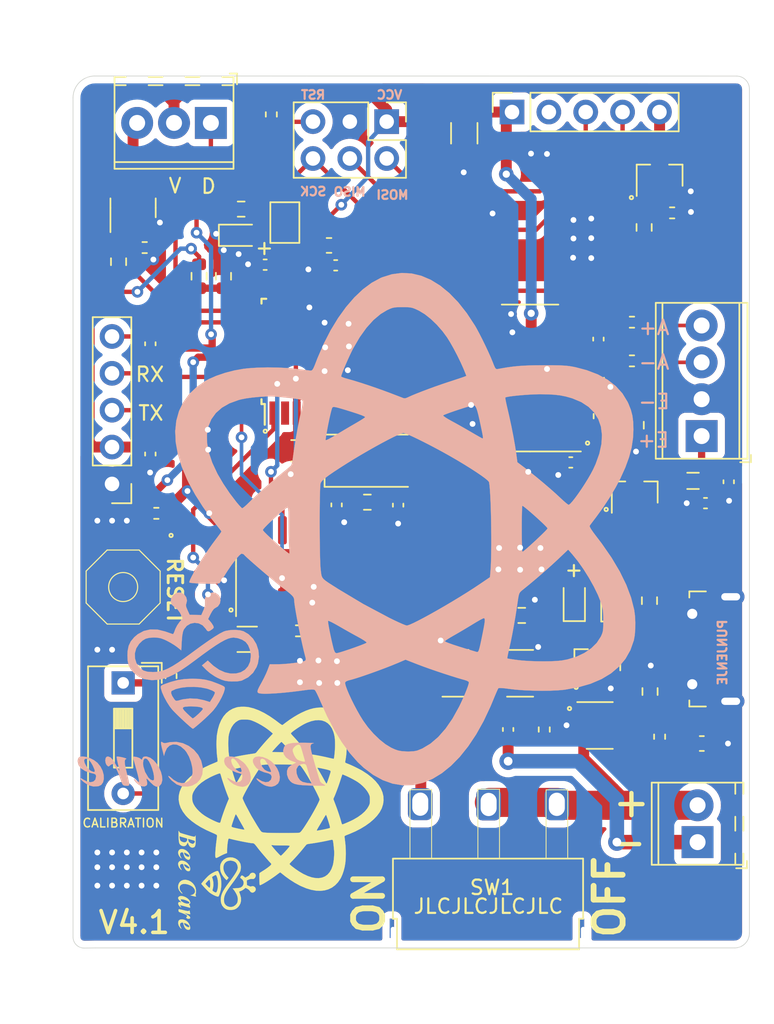
<source format=kicad_pcb>
(kicad_pcb (version 20211014) (generator pcbnew)
  (layers (0 "F.Cu" signal) (31 "B.Cu" signal) (34 "B.Paste" user) (35 "F.Paste" user) (36 "B.SilkS" user "B.Silkscreen") (37 "F.SilkS" user "F.Silkscreen") (38 "B.Mask" user) (39 "F.Mask" user) (44 "Edge.Cuts" user))
  (net 0 "")
  (net 1 "GND")
  (net 2 "/E+")
  (net 3 "Net-(C2-Pad1)")
  (net 4 "Net-(C2-Pad2)")
  (net 5 "VBUS")
  (net 6 "+BATT")
  (net 7 "Net-(C7-Pad1)")
  (net 8 "/XTAL1")
  (net 9 "/XTAL2")
  (net 10 "VDDA")
  (net 11 "-BATT")
  (net 12 "Net-(C16-Pad1)")
  (net 13 "/DTR")
  (net 14 "/RESET")
  (net 15 "Net-(D1-Pad1)")
  (net 16 "Net-(D1-Pad2)")
  (net 17 "Net-(D2-Pad1)")
  (net 18 "/A-")
  (net 19 "/A+")
  (net 23 "/MOSI")
  (net 24 "/MISO")
  (net 25 "/ICSP_SCK")
  (net 27 "/GSM_RX")
  (net 28 "/GSM_TX")
  (net 29 "/GSM_GND")
  (net 30 "/RXD")
  (net 31 "/TXD")
  (net 32 "DHT")
  (net 33 "BT+")
  (net 34 "Net-(L1-Pad2)")
  (net 35 "Net-(Q1-Pad1)")
  (net 36 "Net-(Q3-Pad1)")
  (net 37 "Net-(R3-Pad2)")
  (net 38 "SCL")
  (net 39 "SDA")
  (net 40 "SQW")
  (net 41 "Net-(R11-Pad2)")
  (net 42 "Net-(R13-Pad1)")
  (net 43 "/ADC_BATT")
  (net 44 "/GSM_EN")
  (net 45 "Net-(U1-Pad1)")
  (net 46 "Net-(U1-Pad2)")
  (net 47 "Net-(Q4-Pad1)")
  (net 48 "SCK")
  (net 49 "DOUT")
  (net 50 "Net-(R20-Pad1)")
  (net 51 "/DHT_PIN")
  (net 52 "/DIP")
  (net 57 "/OD")
  (net 58 "/OC")
  (net 62 "Net-(D3-Pad2)")
  (net 63 "Net-(JP1-Pad2)")
  (net 68 "/DHT_GND")
  (footprint "Capacitor_SMD:C_0402_1005Metric" (layer "F.Cu") (at 172.974 85.6615 180)
    (fp_text reference "C1")
    (fp_text value "100n")
  )
  (footprint "Capacitor_SMD:C_0402_1005Metric" (layer "F.Cu") (at 165.5953 74.3559 90)
    (fp_text reference "C2")
    (fp_text value "100n")
  )
  (footprint "Capacitor_SMD:C_0402_1005Metric" (layer "F.Cu") (at 174.5742 84.1883 -90)
    (fp_text reference "C3")
    (fp_text value "100n")
  )
  (footprint "Capacitor_SMD:C_0603_1608Metric" (layer "F.Cu") (at 172.7197 102.2223)
    (fp_text reference "C4")
    (fp_text value "1u")
  )
  (footprint "Capacitor_SMD:C_0805_2012Metric" (layer "F.Cu") (at 158.8008 83.439)
    (fp_text reference "C5")
    (fp_text value "10u")
  )
  (footprint "Capacitor_SMD:C_0402_1005Metric" (layer "F.Cu") (at 134.7166 82.275 -90)
    (fp_text reference "C6")
    (fp_text value "100n")
  )
  (footprint "Capacitor_SMD:C_0402_1005Metric" (layer "F.Cu") (at 165.6207 77.1271 -90)
    (fp_text reference "C7")
    (fp_text value "100n")
  )
  (footprint "Capacitor_SMD:C_0402_1005Metric" (layer "F.Cu") (at 163.6903 82.8548 180)
    (fp_text reference "C8")
    (fp_text value "100n")
  )
  (footprint "Capacitor_SMD:C_0402_1005Metric" (layer "F.Cu") (at 147.5503 85.7811 -90)
    (fp_text reference "C9")
    (fp_text value "22p")
  )
  (footprint "Capacitor_SMD:C_0402_1005Metric" (layer "F.Cu") (at 151.7921 85.7964 -90)
    (fp_text reference "C10")
    (fp_text value "22p")
  )
  (footprint "Capacitor_SMD:C_0402_1005Metric" (layer "F.Cu") (at 147.4894 69.2737 180)
    (fp_text reference "C11")
    (fp_text value "100n")
  )
  (footprint "Capacitor_SMD:C_0805_2012Metric" (layer "F.Cu") (at 144.6826 82.0499 180)
    (fp_text reference "C12")
    (fp_text value "10u")
  )
  (footprint "Capacitor_SMD:C_1206_3216Metric" (layer "F.Cu") (at 156.3497 60.1726 -90)
    (fp_text reference "C14")
    (fp_text value "47u")
  )
  (footprint "Capacitor_SMD:C_0402_1005Metric" (layer "F.Cu") (at 134.7166 74.6804 90)
    (fp_text reference "C17")
    (fp_text value "100n")
  )
  (footprint "LED_SMD:LED_0603_1608Metric" (layer "F.Cu") (at 166.5224 92.3291 90)
    (fp_text reference "D1")
    (fp_text value "GREEN")
  )
  (footprint "LED_SMD:LED_0603_1608Metric" (layer "F.Cu") (at 163.9316 92.3037 90)
    (fp_text reference "D2")
    (fp_text value "RED")
  )
  (footprint "my_component:hx711_conn" (layer "F.Cu") (at 172.7073 81.0387 90)
    (fp_text reference "J1")
    (fp_text value "Conn_01x04")
  )
  (footprint "my_component:USB-Micro-B-Female-Jing-Extension-Electronic" (layer "F.Cu") (at 174.3202 95.8215 90)
    (fp_text reference "J2")
    (fp_text value "USB_B_Micro")
  )
  (footprint "Connector_PinSocket_2.54mm:PinSocket_1x05_P2.54mm_Vertical" (layer "F.Cu") (at 159.639 58.7121 90)
    (fp_text reference "J4")
    (fp_text value "Conn_01x05_Female")
  )
  (footprint "Connector_PinHeader_2.54mm:PinHeader_1x05_P2.54mm_Vertical" (layer "F.Cu") (at 132.075 84.335 180)
    (fp_text reference "J5")
    (fp_text value "Conn_01x05_Female")
  )
  (footprint "my_component:TerminalBlock_Phoenix_MPT-0,5-3-2.54_1x03_P2.54mm_Horizontal" (layer "F.Cu") (at 138.8872 59.4614 180)
    (fp_text reference "J6")
    (fp_text value "Conn_01x03_Male")
  )
  (footprint "my_component:power_conn" (layer "F.Cu") (at 172.4279 109.0168 90)
    (fp_text reference "J7")
    (fp_text value "Screw_Terminal_01x02")
  )
  (footprint "Inductor_SMD:L_0805_2012Metric" (layer "F.Cu") (at 172.1147 84.1248 180)
    (fp_text reference "L1")
    (fp_text value "3.3u")
  )
  (footprint "Inductor_SMD:L_0603_1608Metric" (layer "F.Cu") (at 147.0296 67.9021)
    (fp_text reference "L2")
    (fp_text value "10u")
  )
  (footprint "Package_TO_SOT_SMD:SOT-23" (layer "F.Cu") (at 168.0972 84.9249 90)
    (fp_text reference "Q1")
    (fp_text value "MMBT3906")
  )
  (footprint "Package_TO_SOT_SMD:SOT-23" (layer "F.Cu") (at 165.5191 96.4819 90)
    (fp_text reference "Q2")
    (fp_text value "Q_NMOS_GSD")
  )
  (footprint "Package_TO_SOT_SMD:SOT-23" (layer "F.Cu") (at 169.8117 63.0936 90)
    (fp_text reference "Q3")
    (fp_text value "Q_NMOS_GSD")
  )
  (footprint "Resistor_SMD:R_0402_1005Metric" (layer "F.Cu") (at 167.9047 75.8571)
    (fp_text reference "R1")
    (fp_text value "100")
  )
  (footprint "Resistor_SMD:R_0402_1005Metric" (layer "F.Cu") (at 167.9067 73.1901)
    (fp_text reference "R2")
    (fp_text value "100")
  )
  (footprint "Resistor_SMD:R_0402_1005Metric" (layer "F.Cu") (at 165.6461 79.6671 90)
    (fp_text reference "R3")
    (fp_text value "10k")
  )
  (footprint "Resistor_SMD:R_0603_1608Metric" (layer "F.Cu") (at 168.1988 80.2894 -90)
    (fp_text reference "R4")
    (fp_text value "8.2k")
  )
  (footprint "Resistor_SMD:R_0402_1005Metric" (layer "F.Cu") (at 142.991 85.5424)
    (fp_text reference "R5")
    (fp_text value "10k")
  )
  (footprint "Resistor_SMD:R_0402_1005Metric" (layer "F.Cu") (at 145.6199 85.5297 180)
    (fp_text reference "R6")
    (fp_text value "10k")
  )
  (footprint "Resistor_SMD:R_0402_1005Metric" (layer "F.Cu") (at 144.896 94.4578 180)
    (fp_text reference "R7")
    (fp_text value "10k")
  )
  (footprint "Resistor_SMD:R_0603_1608Metric" (layer "F.Cu") (at 169.1132 92.3793 90)
    (fp_text reference "R8")
    (fp_text value "680")
  )
  (footprint "Resistor_SMD:R_0402_1005Metric" (layer "F.Cu") (at 169.8117 101.7524 -90)
    (fp_text reference "R9")
    (fp_text value "10k")
  )
  (footprint "Resistor_SMD:R_0603_1608Metric" (layer "F.Cu") (at 149.6707 85.5932 180)
    (fp_text reference "R10")
    (fp_text value "1M")
  )
  (footprint "Resistor_SMD:R_0603_1608Metric" (layer "F.Cu") (at 169.1513 98.6404 -90)
    (fp_text reference "R11")
    (fp_text value "1.2k")
  )
  (footprint "Resistor_SMD:R_0402_1005Metric" (layer "F.Cu") (at 143.0528 58.8752 -90)
    (fp_text reference "R12")
    (fp_text value "10k")
  )
  (footprint "Resistor_SMD:R_0603_1608Metric" (layer "F.Cu") (at 160.3116 93.3958)
    (fp_text reference "R13")
    (fp_text value "1k")
  )
  (footprint "Resistor_SMD:R_0603_1608Metric" (layer "F.Cu") (at 138.075 70.025 -90)
    (fp_text reference "R14")
    (fp_text value "1.5M")
  )
  (footprint "Resistor_SMD:R_0603_1608Metric" (layer "F.Cu") (at 139.755 70.0255 90)
    (fp_text reference "R15")
    (fp_text value "180k")
  )
  (footprint "Resistor_SMD:R_0402_1005Metric" (layer "F.Cu") (at 161.8615 101.2571 90)
    (fp_text reference "R16")
    (fp_text value "100")
  )
  (footprint "Resistor_SMD:R_0603_1608Metric" (layer "F.Cu") (at 168.7449 66.6623 -90)
    (fp_text reference "R17")
    (fp_text value "1k")
  )
  (footprint "Resistor_SMD:R_0402_1005Metric" (layer "F.Cu") (at 170.6753 65.659 180)
    (fp_text reference "R18")
    (fp_text value "10k")
  )
  (footprint "Package_SO:SOIC-8_3.9x4.9mm_P1.27mm" (layer "F.Cu") (at 143.1815 90.0001 90)
    (fp_text reference "U1")
    (fp_text value "PCF8563T")
  )
  (footprint "Package_SO:SOP-16_3.9x9.9mm_P1.27mm" (layer "F.Cu") (at 160.8836 77.0382 180)
    (fp_text reference "U2")
    (fp_text value "hx711")
  )
  (footprint "Package_TO_SOT_SMD:SOT-23-5" (layer "F.Cu") (at 165.6842 100.9777)
    (fp_text reference "U3")
    (fp_text value "tp4054")
  )
  (footprint "Package_QFP:TQFP-32_7x7mm_P0.8mm" (layer "F.Cu") (at 146.0009 75.2046 90)
    (fp_text reference "U4")
    (fp_text value "ATmega328P-AU")
  )
  (footprint "Package_TO_SOT_SMD:SOT-23-6" (layer "F.Cu") (at 160.1978 97.3836)
    (fp_text reference "U5")
    (fp_text value "DW01x")
  )
  (footprint "Package_TO_SOT_SMD:SOT-23-6" (layer "F.Cu") (at 155.745 97.3836)
    (fp_text reference "U6")
    (fp_text value "FS8205")
  )
  (footprint "Crystal:Crystal_SMD_3215-2Pin_3.2x1.5mm" (layer "F.Cu") (at 141.3908 95.042 180)
    (fp_text reference "Y1")
    (fp_text value "32.768Hz")
  )
  (footprint "Crystal:Crystal_SMD_5032-2Pin_5.0x3.2mm" (layer "F.Cu") (at 149.7728 82.7357)
    (fp_text reference "Y2")
    (fp_text value "8MHz")
  )
  (footprint "myswitch:switch" (layer "F.Cu") (at 159.178 112.014)
    (fp_text reference "SW1")
    (fp_text value "SW_SPDT")
  )
  (footprint "Capacitor_SMD:C_0402_1005Metric" (layer "F.Cu") (at 159.3723 101.2545 -90)
    (fp_text reference "C16")
    (fp_text value "100n")
  )
  (footprint "Connector_PinHeader_2.54mm:PinHeader_2x03_P2.54mm_Vertical" (layer "F.Cu") (at 151.003 59.3725 -90)
    (fp_text reference "J3")
    (fp_text value "Conn_02x03_Odd_Even")
  )
  (footprint "LED_SMD:LED_0603_1608Metric" (layer "F.Cu") (at 140.9242 67.2034)
    (fp_text reference "D3")
    (fp_text value "RED")
  )
  (footprint "Resistor_SMD:R_0603_1608Metric" (layer "F.Cu") (at 140.975 65.4 180)
    (fp_text reference "R19")
    (fp_text value "680")
  )
  (footprint "Resistor_SMD:R_0402_1005Metric" (layer "F.Cu") (at 136.142 97.569 90)
    (fp_text reference "R20")
    (fp_text value "10k")
  )
  (footprint "Jumper:SolderJumper-2_P1.3mm_Bridged_Pad1.0x1.5mm" (layer "F.Cu") (at 143.9849 66.3271 -90)
    (fp_text reference "JP1")
    (fp_text value "sb")
  )
  (footprint "Logo:BeeCare-Logo-1000x1000" (layer "F.Cu") (at 144.272 105.918 -90)
    (fp_text reference "G***" hide)
    (fp_text value "LOGO" hide)
  )
  (footprint "Package_TO_SOT_SMD:SOT-23" (layer "F.Cu") (at 133.525 65.3125 90)
    (fp_text reference "Q4")
    (fp_text value "Q_NMOS_GSD")
  )
  (footprint "Button_Switch_THT:SW_DIP_SPSTx01_Slide_9.78x4.72mm_W7.62mm_P2.54mm" (layer "F.Cu") (at 132.842 98.044 -90)
    (fp_text reference "SW2")
    (fp_text value "SW_DIP_x01")
  )
  (footprint "Capacitor_SMD:C_0402_1005Metric" (layer "F.Cu") (at 139.8221 89.6802 -90)
    (fp_text reference "C13")
    (fp_text value "100n")
  )
  (footprint "Resistor_SMD:R_0402_1005Metric" (layer "F.Cu") (at 135.128 86.36 180)
    (fp_text reference "R23")
    (fp_text value "10k")
  )
  (footprint "Resistor_SMD:R_0402_1005Metric" (layer "F.Cu") (at 134.325 68.05 180)
    (fp_text reference "R22")
    (fp_text value "10k")
  )
  (footprint "Library:button1" (layer "F.Cu") (at 132.842 91.44 90)
    (fp_text reference "U7")
    (fp_text value "button")
  )
  (footprint "Capacitor_SMD:C_0402_1005Metric" (layer "F.Cu") (at 142.6271 69.2302 180)
    (fp_text reference "C15")
    (fp_text value "100n")
  )
  (footprint "Resistor_SMD:R_0603_1608Metric" (layer "F.Cu") (at 132.525 69.025 -90)
    (fp_text reference "R21")
    (fp_text value "1k")
  )
  (footprint "Logo:BeeCare-Logo-400x400" (layer "B.Cu") (at 152.5651 86.0933 180)
    (fp_text reference "G***" hide)
    (fp_text value "LOGO" hide)
  )
  (gr_circle (center 167.8686 64.6049) (end 167.894 64.6557) (layer "F.SilkS") (width 0.12) (fill none))
  (gr_circle (center 164.0586 98.3488) (end 164.084 98.3996) (layer "F.SilkS") (width 0.12) (fill none))
  (gr_circle (center 164.846 81.5213) (end 164.8714 81.5721) (layer "F.SilkS") (width 0.12) (fill none))
  (gr_circle (center 158.1023 95.9104) (end 158.1277 95.9612) (layer "F.SilkS") (width 0.12) (fill none))
  (gr_circle (center 163.6014 99.8093) (end 163.6268 99.8601) (layer "F.SilkS") (width 0.12) (fill none))
  (gr_circle (center 153.6446 96.1009) (end 153.67 96.1517) (layer "F.SilkS") (width 0.12) (fill none))
  (gr_circle (center 166.1287 86.0933) (end 166.1541 86.1441) (layer "F.SilkS") (width 0.12) (fill none))
  (gr_circle (center 136.144 87.884) (end 136.1694 87.9348) (layer "F.SilkS") (width 0.12) (fill none))
  (gr_circle (center 142.6354 80.7037) (end 142.6608 80.7545) (layer "F.SilkS") (width 0.12) (fill none))
  (gr_circle (center 140.2732 93.0227) (end 140.2986 93.0735) (layer "F.SilkS") (width 0.12) (fill none))
  (gr_line (start 129.3883 115.5539) (end 129.3883 57.7289) (layer "Edge.Cuts") (width 0.05))
  (gr_line (start 130.8883 56.2289) (end 175.1103 56.2339) (layer "Edge.Cuts") (width 0.05))
  (gr_line (start 175.9993 57.1229) (end 175.9993 115.2889) (layer "Edge.Cuts") (width 0.05))
  (gr_line (start 130.9143 116.3049) (end 130.1503 116.3159) (layer "Edge.Cuts") (width 0.05))
  (gr_line (start 174.9833 116.3049) (end 130.9143 116.3049) (layer "Edge.Cuts") (width 0.05))
  (gr_arc (start 175.9993 115.2889) (mid 175.70172 116.00732) (end 174.9833 116.3049) (layer "Edge.Cuts") (width 0.05))
  (gr_arc (start 130.1503 116.3159) (mid 129.611485 116.092715) (end 129.3883 115.5539) (layer "Edge.Cuts") (width 0.05))
  (gr_arc (start 129.3883 57.7289) (mid 129.82764 56.66824) (end 130.8883 56.2289) (layer "Edge.Cuts") (width 0.05))
  (gr_arc (start 175.1103 56.2339) (mid 175.738918 56.494282) (end 175.9993 57.1229) (layer "Edge.Cuts") (width 0.05))
  (gr_text "PUNJENJE" (at 174.1424 95.9485 90) (layer "B.SilkS") (effects (font (size 0.6 0.6)) (justify mirror)))
  (gr_text "SCK\n" (at 145.9357 64.1858) (layer "B.SilkS") (effects (font (size 0.6 0.6)) (justify mirror)))
  (gr_text "MISO" (at 148.4503 64.2112) (layer "B.SilkS") (effects (font (size 0.6 0.6)) (justify mirror)))
  (gr_text "MOSI" (at 151.3967 64.4271) (layer "B.SilkS") (effects (font (size 0.6 0.6)) (justify mirror)))
  (gr_text "A+" (at 169.4307 73.5584) (layer "B.SilkS") (effects (font (size 1 1)) (justify mirror)))
  (gr_text "A-" (at 169.4307 75.946) (layer "B.SilkS") (effects (font (size 1 1)) (justify mirror)))
  (gr_text "VCC\n" (at 151.1935 57.531) (layer "B.SilkS") (effects (font (size 0.6 0.6)) (justify mirror)))
  (gr_text "E-" (at 169.4307 78.6638) (layer "B.SilkS") (effects (font (size 1 1)) (justify mirror)))
  (gr_text "E+" (at 169.3799 81.3181) (layer "B.SilkS") (effects (font (size 1 1)) (justify mirror)))
  (gr_text "RST\n" (at 145.9357 57.531) (layer "B.SilkS") (effects (font (size 0.6 0.6)) (justify mirror)))
  (gr_text "+" (at 142.5752 68.0416) (layer "F.SilkS") (effects (font (size 1 1))))
  (gr_text "V" (at 136.4234 63.7921) (layer "F.SilkS") (effects (font (size 1 1))))
  (gr_text "+" (at 163.9062 90.2335) (layer "F.SilkS") (effects (font (size 1 1))))
  (gr_text "D" (at 138.725 63.825) (layer "F.SilkS") (effects (font (size 1 1))))
  (gr_text "+" (at 167.8686 106.2482) (layer "F.SilkS") (effects (font (size 2 2) (thickness 0.3))))
  (gr_text "-" (at 167.64 109.0041) (layer "F.SilkS") (effects (font (size 2 2) (thickness 0.3))))
  (gr_text "CALIBRATION\n" (at 132.842 107.696) (layer "F.SilkS") (effects (font (size 0.6 0.6) (thickness 0.1))))
  (gr_text "ON" (at 149.7838 113.1951 90) (layer "F.SilkS") (effects (font (size 2 2) (thickness 0.4))))
  (gr_text "RX" (at 134.6785 76.7912) (layer "F.SilkS") (effects (font (size 1 1))))
  (gr_text "TX" (at 134.7547 79.4582) (layer "F.SilkS") (effects (font (size 1 1))))
  (gr_text "RESET\n" (at 136.398 91.694 270) (layer "F.SilkS") (effects (font (size 1 1) (thickness 0.2))))
  (gr_text "+" (at 166.5224 90.2081) (layer "F.SilkS") (effects (font (size 1 1))))
  (gr_text "V4.1" (at 133.604 114.554) (layer "F.SilkS") (effects (font (size 1.5 1.5) (thickness 0.25))))
  (gr_text "OFF" (at 166.3573 112.7887 90) (layer "F.SilkS") (effects (font (size 2 2) (thickness 0.4))))
  (gr_text "JLCJLCJLCJLC" (at 158.0134 113.4364) (layer "F.SilkS") (effects (font (size 1 1))))
  (segment (start 146.7248 73.2234) (end 145.6757 72.1743) (width 0.5) (layer "F.Cu") (net 1))
  (segment (start 163.4109 100.9777) (end 163.3982 100.965) (width 0.5) (layer "F.Cu") (net 1))
  (segment (start 146.7248 76.5635) (end 144.8009 78.4874) (width 0.5) (layer "F.Cu") (net 1))
  (segment (start 161.2978 95.7121) (end 161.4424 95.5675) (width 0.5) (layer "F.Cu") (net 1))
  (segment (start 164.1282 76.4032) (end 163.3836 76.4032) (width 0.25) (layer "F.Cu") (net 1))
  (segment (start 144.8009 78.4874) (end 144.8009 79.4546) (width 0.5) (layer "F.Cu") (net 1))
  (segment (start 164.5842 100.9777) (end 163.4109 100.9777) (width 0.5) (layer "F.Cu") (net 1))
  (segment (start 154.7241 95.123) (end 154.7241 96.3545) (width 0.5) (layer "F.Cu") (net 1))
  (segment (start 146.4009 76.8874) (end 146.4009 79.4546) (width 0.5) (layer "F.Cu") (net 1))
  (segment (start 130.967 93.94) (end 130.967 88.94) (width 0.75) (layer "F.Cu") (net 1))
  (segment (start 145.6757 72.1743) (end 145.6009 72.0995) (width 0.5) (layer "F.Cu") (net 1))
  (segment (start 165.3321 77.6071) (end 164.1282 76.4032) (width 0.25) (layer "F.Cu") (net 1))
  (segment (start 143.7326 82.0499) (end 144.8009 80.9816) (width 0.5) (layer "F.Cu") (net 1))
  (segment (start 172.0602 93.2865) (end 172.0602 94.3865) (width 0.5) (layer "F.Cu") (net 1))
  (segment (start 172.0602 94.3865) (end 172.0852 94.4115) (width 0.25) (layer "F.Cu") (net 1))
  (segment (start 154.7241 96.3545) (end 154.645 96.4336) (width 0.5) (layer "F.Cu") (net 1))
  (segment (start 145.6009 72.0995) (end 145.6009 70.9546) (width 0.5) (layer "F.Cu") (net 1))
  (segment (start 145.6072 69.5531) (end 145.6072 70.9483) (width 0.3) (layer "F.Cu") (net 1))
  (segment (start 146.7248 76.5635) (end 146.4009 76.8874) (width 0.5) (layer "F.Cu") (net 1))
  (segment (start 165.6207 77.6071) (end 165.3321 77.6071) (width 0.25) (layer "F.Cu") (net 1))
  (segment (start 161.2978 96.4336) (end 161.2978 95.7121) (width 0.5) (layer "F.Cu") (net 1))
  (segment (start 144.8009 80.9816) (end 144.8009 79.4546) (width 0.5) (layer "F.Cu") (net 1))
  (via (at 134.7 83.55) (size 0.8) (drill 0.4) (layers "F.Cu" "B.Cu") (net 1))
  (via (at 160.2 88.725) (size 0.8) (drill 0.4) (layers "F.Cu" "B.Cu") (net 1))
  (via (at 133.096 110.744) (size 0.8) (drill 0.4) (layers "F.Cu" "B.Cu") (net 1))
  (via (at 134.112 110.744) (size 0.8) (drill 0.4) (layers "F.Cu" "B.Cu") (net 1))
  (via (at 131.064 112.014) (size 0.8) (drill 0.4) (layers "F.Cu" "B.Cu") (net 1))
  (via (at 131.064 86.868) (size 0.8) (drill 0.4) (layers "F.Cu" "B.Cu") (net 1))
  (via (at 159.5755 72.6313) (size 0.8) (drill 0.4) (layers "F.Cu" "B.Cu") (net 1))
  (via (at 146.3 96.5) (size 0.8) (drill 0.4) (layers "F.Cu" "B.Cu") (net 1))
  (via (at 161.6 88.75) (size 0.8) (drill 0.4) (layers "F.Cu" "B.Cu") (net 1))
  (via (at 161.2138 92.3163) (size 0.8) (drill 0.4) (layers "F.Cu" "B.Cu") (net 1))
  (via (at 139.775 68.225) (size 0.8) (drill 0.4) (layers "F.Cu" "B.Cu") (net 1))
  (via (at 131.064 110.744) (size 0.8) (drill 0.4) (layers "F.Cu" "B.Cu") (net 1))
  (via (at 163.85 68.75) (size 0.8) (drill 0.4) (layers "F.Cu" "B.Cu") (net 1))
  (via (at 132.08 95.758) (size 0.8) (drill 0.4) (layers "F.Cu" "B.Cu") (net 1))
  (via (at 133.096 86.868) (size 0.8) (drill 0.4) (layers "F.Cu" "B.Cu") (net 1))
  (via (at 168.1861 82.1055) (size 0.8) (drill 0.4) (layers "F.Cu" "B.Cu") (net 1))
  (via (at 161.675 90.225) (size 0.8) (drill 0.4) (layers "F.Cu" "B.Cu") (net 1))
  (via (at 133.096 109.728) (size 0.8) (drill 0.4) (layers "F.Cu" "B.Cu") (net 1))
  (via (at 146.7248 76.5635) (size 0.8) (drill 0.4) (layers "F.Cu" "B.Cu") (net 1))
  (via (at 154.7241 95.123) (size 0.8) (drill 0.4) (layers "F.Cu" "B.Cu") (net 1))
  (via (at 158.7 90.225) (size 0.8) (drill 0.4) (layers "F.Cu" "B.Cu") (net 1))
  (via (at 158.75 88.75) (size 0.8) (drill 0.4) (layers "F.Cu" "B.Cu") (net 1))
  (via (at 171.6786 85.6615) (size 0.8) (drill 0.4) (layers "F.Cu" "B.Cu") (net 1))
  (via (at 145.6757 72.1743) (size 0.8) (drill 0.4) (layers "F.Cu" "B.Cu") (net 1))
  (via (at 148.4012 74.8617) (size 0.8) (drill 0.4) (layers "F.Cu" "B.Cu") (net 1))
  (via (at 165.1 68.775) (size 0.8) (drill 0.4) (layers "F.Cu" "B.Cu") (net 1))
  (via (at 131.064 109.728) (size 0.8) (drill 0.4) (layers "F.Cu" "B.Cu") (net 1))
  (via (at 169.2021 96.8502) (size 0.8) (drill 0.4) (layers "F.Cu" "B.Cu") (net 1))
  (via (at 166.4462 98.425) (size 0.8) (drill 0.4) (layers "F.Cu" "B.Cu") (net 1))
  (via (at 132.08 112.014) (size 0.8) (drill 0.4) (layers "F.Cu" "B.Cu") (net 1))
  (via (at 158.3 65.7) (size 0.8) (drill 0.4) (layers "F.Cu" "B.Cu") (net 1))
  (via (at 165.1 66.05) (size 0.8) (drill 0.4) (layers "F.Cu" "B.Cu") (net 1))
  (via (at 133.096 112.014) (size 0.8) (drill 0.4) (layers "F.Cu" "B.Cu") (net 1))
  (via (at 146.7248 73.2234) (size 0.8) (drill 0.4) (layers "F.Cu" "B.Cu") (net 1))
  (via (at 135.128 112.014) (size 0.8) (drill 0.4) (layers "F.Cu" "B.Cu") (net 1))
  (via (at 135.128 110.744) (size 0.8) (drill 0.4) (layers "F.Cu" "B.Cu") (net 1))
  (via (at 139.25 67.1) (size 0.8) (drill 0.4) (layers "F.Cu" "B.Cu") (net 1))
  (via (at 135.375 66.325) (size 0.8) (drill 0.4) (layers "F.Cu" "B.Cu") (net 1))
  (via (at 160.2 90.25) (size 0.8) (drill 0.4) (layers "F.Cu" "B.Cu") (net 1))
  (via (at 134.112 112.014) (size 0.8) (drill 0.4) (layers "F.Cu" "B.Cu") (net 1))
  (via (at 145.975 91.425) (size 0.8) (drill 0.4) (layers "F.Cu" "B.Cu") (net 1))
  (via (at 151.7921 87.0664) (size 0.8) (drill 0.4) (layers "F.Cu" "B.Cu") (net 1))
  (via (at 147.575 96.55) (size 0.8) (drill 0.4) (layers "F.Cu" "B.Cu") (net 1))
  (via (at 162.052 76.4159) (size 0.8) (drill 0.4) (layers "F.Cu" "B.Cu") (net 1))
  (via (at 148.3758 73.2996) (size 0.8) (drill 0.4) (layers "F.Cu" "B.Cu") (net 1))
  (via (at 146.35 98.05) (size 0.8) (drill 0.4) (layers "F.Cu" "B.Cu") (net 1))
  (via (at 132.08 109.728) (size 0.8) (drill 0.4) (layers "F.Cu" "B.Cu") (net 1))
  (via (at 171.9707 65.5955) (size 0.8) (drill 0.4) (layers "F.Cu" "B.Cu") (net 1))
  (via (at 156.9212 80.2005) (size 0.8) (drill 0.4) (layers "F.Cu" "B.Cu") (net 1))
  (via (at 145.025 96.525) (size 0.8) (drill 0.4) (layers "F.Cu" "B.Cu") (net 1))
  (via (at 135.128 109.728) (size 0.8) (drill 0.4) (layers "F.Cu" "B.Cu") (net 1))
  (via (at 146.7629 74.9252) (size 0.8) (drill 0.4) (layers "F.Cu" "B.Cu") (net 1))
  (via (at 145.8739 92.5147) (size 0.8) (drill 0.4) (layers "F.Cu" "B.Cu") (net 1))
  (via (at 166.4208 77.6478) (size 0.8) (drill 0.4) (layers "F.Cu" "B.Cu") (net 1))
  (via (at 174.5996 85.4964) (size 0.8) (drill 0.4) (layers "F.Cu" "B.Cu") (net 1))
  (via (at 134.112 109.728) (size 0.8) (drill 0.4) (layers "F.Cu" "B.Cu") (net 1))
  (via (at 171.958 64.1731) (size 0.8) (drill 0.4) (layers "F.Cu" "B.Cu") (net 1))
  (via (at 162.05 61.6) (size 0.8) (drill 0.4) (layers "F.Cu" "B.Cu") (net 1))
  (via (at 131.064 95.758) (size 0.8) (drill 0.4) (layers "F.Cu" "B.Cu") (net 1))
  (via (at 138.7 81.975) (size 0.8) (drill 0.4) (layers "F.Cu" "B.Cu") (net 1))
  (via (at 159.6644 73.8886) (size 0.8) (drill 0.4) (layers "F.Cu" "B.Cu") (net 1))
  (via (at 162.8267 83.7184) (size 0.8) (drill 0.4) (layers "F.Cu" "B.Cu") (net 1))
  (via (at 140.8 68.5) (size 0.8) (drill 0.4) (layers "F.Cu" "B.Cu") (net 1))
  (via (at 163.875 66.15) (size 0.8) (drill 0.4) (layers "F.Cu" "B.Cu") (net 1))
  (via (at 160.95 61.575) (size 0.8) (drill 0.4) (layers "F.Cu" "B.Cu") (net 1))
  (via (at 134.925 68.875) (size 0.8) (drill 0.4) (layers "F.Cu" "B.Cu") (net 1))
  (via (at 138.675 80.6) (size 0.8) (drill 0.4) (layers "F.Cu" "B.Cu") (net 1))
  (via (at 147.6 98.05) (size 0.8) (drill 0.4) (layers "F.Cu" "B.Cu") (net 1))
  (via (at 161.4424 95.5675) (size 0.8) (drill 0.4) (layers "F.Cu" "B.Cu") (net 1))
  (via (at 148.075 86.975) (size 0.8) (drill 0.4) (layers "F.Cu" "B.Cu") (net 1))
  (via (at 165.1 67.4) (size 0.8) (drill 0.4) (layers "F.Cu" "B.Cu") (net 1))
  (via (at 148.325 76.5) (size 0.8) (drill 0.4) (layers "F.Cu" "B.Cu") (net 1))
  (via (at 139.8 90.975) (size 0.8) (drill 0.4) (layers "F.Cu" "B.Cu") (net 1))
  (via (at 174.5234 102.2223) (size 0.8) (drill 0.4) (layers "F.Cu" "B.Cu") (net 1))
  (via (at 145.6072 69.5531) (size 0.8) (drill 0.4) (layers "F.Cu" "B.Cu") (net 1))
  (via (at 141.45 69.2) (size 0.8) (drill 0.4) (layers "F.Cu" "B.Cu") (net 1))
  (via (at 145.025 98) (size 0.8) (drill 0.4) (layers "F.Cu" "B.Cu") (net 1))
  (via (at 163.3982 100.965) (size 0.8) (drill 0.4) (layers "F.Cu" "B.Cu") (net 1))
  (via (at 132.08 86.868) (size 0.8) (drill 0.4) (layers "F.Cu" "B.Cu") (net 1))
  (via (at 160.7566 83.5025) (size 0.8) (drill 0.4) (layers "F.Cu" "B.Cu") (net 1))
  (via (at 163.875 67.425) (size 0.8) (drill 0.4) (layers "F.Cu" "B.Cu") (net 1))
  (via (at 156.3116 62.865) (size 0.8) (drill 0.4) (layers "F.Cu" "B.Cu") (net 1))
  (via (at 156.8196 78.8924) (size 0.8) (drill 0.4) (layers "F.Cu" "B.Cu") (net 1))
  (via (at 132.08 110.744) (size 0.8) (drill 0.4) (layers "F.Cu" "B.Cu") (net 1))
  (segment (start 172.7073 81.0387) (end 172.7073 83.6549) (width 0.5) (layer "F.Cu") (net 2))
  (segment (start 173.454 84.4016) (end 173.1772 84.1248) (width 0.5) (layer "F.Cu") (net 2))
  (segment (start 173.454 85.6615) (end 173.454 84.4016) (width 0.5) (layer "F.Cu") (net 2))
  (segment (start 173.1772 84.1248) (end 173.5937 83.7083) (width 0.5) (layer "F.Cu") (net 2))
  (segment (start 173.5937 83.7083) (end 174.5742 83.7083) (width 0.5) (layer "F.Cu") (net 2))
  (segment (start 172.7073 83.6549) (end 173.1772 84.1248) (width 0.5) (layer "F.Cu") (net 2))
  (segment (start 167.3947 75.8571) (end 166.6165 75.8571) (width 0.25) (layer "F.Cu") (net 3))
  (segment (start 164.3126 73.8632) (end 163.3836 73.8632) (width 0.25) (layer "F.Cu") (net 3))
  (segment (start 166.6165 75.8571) (end 165.5953 74.8359) (width 0.25) (layer "F.Cu") (net 3))
  (segment (start 165.5953 74.8359) (end 165.2853 74.8359) (width 0.25) (layer "F.Cu") (net 3))
  (segment (start 165.2853 74.8359) (end 164.3126 73.8632) (width 0.25) (layer "F.Cu") (net 3))
  (segment (start 166.2811 73.1901) (end 165.5953 73.8759) (width 0.25) (layer "F.Cu") (net 4))
  (segment (start 165.5953 73.8759) (end 164.3126 72.5932) (width 0.25) (layer "F.Cu") (net 4))
  (segment (start 164.3126 72.5932) (end 163.3836 72.5932) (width 0.25) (layer "F.Cu") (net 4))
  (segment (start 167.3967 73.1901) (end 166.2811 73.1901) (width 0.25) (layer "F.Cu") (net 4))
  (segment (start 173.2534 97.4217) (end 173.2534 100.9136) (width 0.5) (layer "F.Cu") (net 5))
  (segment (start 169.477 101.9277) (end 169.8117 102.2624) (width 0.4) (layer "F.Cu") (net 5))
  (segment (start 173.2534 100.9136) (end 171.9447 102.2223) (width 0.5) (layer "F.Cu") (net 5))
  (segment (start 169.1132 94.9145) (end 169.1132 93.2043) (width 0.5) (layer "F.Cu") (net 5))
  (segment (start 171.9046 102.2624) (end 171.9447 102.2223) (width 0.25) (layer "F.Cu") (net 5))
  (segment (start 169.8117 102.2624) (end 171.9046 102.2624) (width 0.5) (layer "F.Cu") (net 5))
  (segment (start 172.0852 97.0115) (end 171.2102 97.0115) (width 0.5) (layer "F.Cu") (net 5))
  (segment (start 172.8432 97.0115) (end 173.2534 97.4217) (width 0.5) (layer "F.Cu") (net 5))
  (segment (start 166.7842 101.9277) (end 169.477 101.9277) (width 0.4) (layer "F.Cu") (net 5))
  (segment (start 171.2102 97.0115) (end 169.1132 94.9145) (width 0.5) (layer "F.Cu") (net 5))
  (segment (start 172.0852 97.0115) (end 172.8432 97.0115) (width 0.5) (layer "F.Cu") (net 5))
  (segment (start 132.075 81.795) (end 130.82 81.795) (width 0.75) (layer "F.Cu") (net 6))
  (segment (start 164.1703 82.8548) (end 164.1703 82.2699) (width 0.75) (layer "F.Cu") (net 6))
  (segment (start 165.3413 87.3252) (end 167.6469 87.3252) (width 0.5) (layer "F.Cu") (net 6))
  (segment (start 141.9126 57.225) (end 143.0528 58.3652) (width 0.75) (layer "F.Cu") (net 6))
  (segment (start 146.9125 87.806768) (end 146.9125 90.1875) (width 0.75) (layer "F.Cu") (net 6))
  (segment (start 147.2009 79.4546) (end 147.2009 80.539602) (width 0.5) (layer "F.Cu") (net 6))
  (segment (start 159.2453 62.992) (end 159.2453 59.1058) (width 0.75) (layer "F.Cu") (net 6))
  (segment (start 130.5 72.2) (end 130.5 71.6) (width 0.75) (layer "F.Cu") (net 6))
  (segment (start 160.9598 80.4316) (end 159.9082 81.4832) (width 0.75) (layer "F.Cu") (net 6))
  (segment (start 146.6867 81.0466) (end 146.0771 81.0466) (width 0.5) (layer "F.Cu") (net 6))
  (segment (start 145.9252 89.2002) (end 139.8221 89.2002) (width 0.75) (layer "F.Cu") (net 6))
  (segment (start 139.8221 88.9795) (end 140.3008 88.5008) (width 0.75) (layer "F.Cu") (net 6))
  (segment (start 130.5 71.6) (end 130.5 71.1) (width 0.75) (layer "F.Cu") (net 6))
  (segment (start 130.5 59.625) (end 132.975 57.15) (width 0.75) (layer "F.Cu") (net 6))
  (segment (start 149.675 57.225) (end 151.003 58.553) (width 0.75) (layer "F.Cu") (net 6))
  (segment (start 138.075 69.2) (end 138.075 68.675) (width 0.3) (layer "F.Cu") (net 6))
  (segment (start 130.5 70.575) (end 130.7 70.575) (width 0.75) (layer "F.Cu") (net 6))
  (segment (start 159.2453 59.1058) (end 159.639 58.7121) (width 0.75) (layer "F.Cu") (net 6))
  (segment (start 137.414 91.186) (end 137.414 96.266) (width 0.75) (layer "F.Cu") (net 6))
  (segment (start 164.1703 82.8548) (end 164.1703 86.1542) (width 0.5) (layer "F.Cu") (net 6))
  (segment (start 146.693902 81.0466) (end 146.6867 81.0466) (width 0.5) (layer "F.Cu") (net 6))
  (segment (start 163.3836 81.4832) (end 162.0832 81.4832) (width 0.75) (layer "F.Cu") (net 6))
  (segment (start 146.1299 85.5297) (end 146.1299 87.024168) (width 0.75) (layer "F.Cu") (net 6))
  (segment (start 133.825 71.1) (end 131.225 71.1) (width 0.3) (layer "F.Cu") (net 6))
  (segment (start 164.1703 86.1542) (end 165.3413 87.3252) (width 0.5) (layer "F.Cu") (net 6))
  (segment (start 137.275 84.825) (end 137.173 84.825) (width 0.75) (layer "F.Cu") (net 6))
  (segment (start 130.5 81.475) (end 130.5 72.2) (width 0.75) (layer "F.Cu") (net 6))
  (segment (start 146.1299 87.024168) (end 146.9125 87.806768) (width 0.75) (layer "F.Cu") (net 6))
  (segment (start 161.6456 81.4832) (end 160.9598 81.4832) (width 0.75) (layer "F.Cu") (net 6))
  (segment (start 137.173 84.825) (end 135.638 86.36) (width 0.75) (layer "F.Cu") (net 6))
  (segment (start 167.6469 87.3252) (end 169.0472 85.9249) (width 0.5) (layer "F.Cu") (net 6))
  (segment (start 149.05 92.325) (end 146.9172 94.4578) (width 0.75) (layer "F.Cu") (net 6))
  (segment (start 130.5 71.1) (end 130.5 70.575) (width 0.75) (layer "F.Cu") (net 6))
  (segment (start 130.725 71.6) (end 131.225 71.1) (width 0.75) (layer "F.Cu") (net 6))
  (segment (start 130.5 71.6) (end 130.725 71.6) (width 0.75) (layer "F.Cu") (net 6))
  (segment (start 130.7 70.575) (end 131.225 71.1) (width 0.75) (layer "F.Cu") (net 6))
  (segment (start 160.9598 80.2598) (end 160.9598 80.4316) (width 0.75) (layer "F.Cu") (net 6))
  (segment (start 132.975 57.15) (end 135.425 57.15) (width 0.75) (layer "F.Cu") (net 6))
  (segment (start 140.3008 88.5008) (end 141.2765 87.5251) (width 0.75) (layer "F.Cu") (net 6))
  (segment (start 157.8508 85.5742) (end 157.8508 83.439) (width 0.75) (layer "F.Cu") (net 6))
  (segment (start 143.55 57.225) (end 149.675 57.225) (width 0.75) (layer "F.Cu") (net 6))
  (segment (start 164.1703 82.2699) (end 163.3836 81.4832) (width 0.75) (layer "F.Cu") (net 6))
  (segment (start 151.003 58.553) (end 151.003 59.3725) (width 0.75) (layer "F.Cu") (net 6))
  (segment (start 156.3642 58.7121) (end 156.3497 58.6976) (width 0.75) (layer "F.Cu") (net 6))
  (segment (start 146.2421 67.9021) (end 146.2421 66.7329) (width 0.3) (layer "F.Cu") (net 6))
  (segment (start 139.8221 89.2002) (end 139.3998 89.2002) (width 0.75) (layer "F.Cu") (net 6))
  (segment (start 147.2009 80.539602) (end 146.693902 81.0466) (width 0.5) (layer "F.Cu") (net 6))
  (segment (start 151.003 59.3725) (end 151.003 58.7756) (width 0.5) (layer "F.Cu") (net 6))
  (segment (start 160.0832 81.4832) (end 159.9082 81.4832) (width 0.75) (layer "F.Cu") (net 6))
  (segment (start 161.0316 80.4316) (end 162.0832 81.4832) (width 0.75) (layer "F.Cu") (net 6))
  (segment (start 160.9598 81.4832) (end 160.0832 81.4832) (width 0.75) (layer "F.Cu") (net 6))
  (segment (start 153.3569 106.2703) (end 153.3569 102.1569) (width 0.75) (layer "F.Cu") (net 6))
  (segment (start 145.6326 83.7076) (end 145.6326 82.0499) (width 0.75) (layer "F.Cu") (net 6))
  (segment (start 145.6326 82.0499) (end 146.6359 81.0466) (width 0.5) (layer "F.Cu") (net 6))
  (segment (start 146.1299 84.2049) (end 145.6326 83.7076) (width 0.75) (layer "F.Cu") (net 6))
  (segment (start 130.5 70.575) (end 130.5 59.625) (width 0.75) (layer "F.Cu") (net 6))
  (segment (start 160.9598 80.7085) (end 160.9598 80.2598) (width 0.75) (layer "F.Cu") (net 6))
  (segment (start 130.82 81.795) (end 130.5 81.475) (width 0.75) (layer "F.Cu") (net 6))
  (segment (start 136.3472 57.9528) (end 137.075 57.225) (width 0.75) (layer "F.Cu") (net 6))
  (segment (start 136.3472 58.0722) (end 136.3472 59.4614) (width 0.75) (layer "F.Cu") (net 6))
  (segment (start 160.9598 80.2598) (end 160.9598 72.5805) (width 0.75) (layer "F.Cu") (net 6))
  (segment (start 150.075 98.875) (end 150.075 93.35) (width 0.75) (layer "F.Cu") (net 6))
  (segment (start 145.6326 82.0499) (end 145.6326 79.4863) (width 0.5) (layer "F.Cu") (net 6))
  (segment (start 159.9082 81.4832) (end 158.3836 81.4832) (width 0.75) (layer "F.Cu") (net 6))
  (segment (start 146.0771 81.0466) (end 146.0771 81.6054) (width 0.5) (layer "F.Cu") (net 6))
  (segment (start 143.0528 58.3652) (end 143.0528 57.7222) (width 0.75) (layer "F.Cu") (net 6))
  (segment (start 139.3998 89.2002) (end 137.414 91.186) (width 0.75) (layer "F.Cu") (net 6))
  (segment (start 136.87 81.795) (end 134.7166 81.795) (width 0.75) (layer "F.Cu") (net 6))
  (segment (start 159.639 58.7121) (end 156.3642 58.7121) (width 0.75) (layer "F.Cu") (net 6))
  (segment (start 143.0528 57.7222) (end 143.55 57.225) (width 0.75) (layer "F.Cu") (net 6))
  (segment (start 146.6359 81.0466) (end 146.6867 81.0466) (width 0.5) (layer "F.Cu") (net 6))
  (segment (start 162.0832 81.4832) (end 161.6456 81.4832) (width 0.75) (layer "F.Cu") (net 6))
  (segment (start 157.8508 83.439) (end 157.8508 82.016) (width 0.75) (layer "F.Cu") (net 6))
  (segment (start 135.425 57.15) (end 136.3472 58.0722) (width 0.75) (layer "F.Cu") (net 6))
  (segment (start 146.2421 66.7329) (end 147.875 65.1) (width 0.3) (layer "F.Cu") (net 6))
  (segment (start 145.6326 79.4863) (end 145.6009 79.4546) (width 0.5) (layer "F.Cu") (net 6))
  (segment (start 157.8508 82.016) (end 158.3836 81.4832) (width 0.75) (layer "F.Cu") (net 6))
  (segment (start 140.3008 87.8758) (end 138.775 86.35) (width 0.75) (layer "F.Cu") (net 6))
  (segment (start 146.9172 94.4578) (end 145.406 94.4578) (width 0.75) (layer "F.Cu") (net 6))
  (segment (start 161.0316 80.4316) (end 160.9598 80.4316) (width 0.75) (layer "F.Cu") (net 6))
  (segment (start 134.7166 81.795) (end 132.075 81.795) (width 0.75) (layer "F.Cu") (net 6))
  (segment (start 146.0771 81.6054) (end 145.6326 82.0499) (width 0.5) (layer "F.Cu") (net 6))
  (segment (start 150.075 93.35) (end 149.05 92.325) (width 0.75) (layer "F.Cu") (net 6))
  (segment (start 146.1299 85.5297) (end 146.1299 84.2049) (width 0.75) (layer "F.Cu") (net 6))
  (segment (start 136.621 97.059) (end 136.142 97.059) (width 0.75) (layer "F.Cu") (net 6))
  (segment (start 141.2765 87.5251) (end 141.2765 86.7469) (width 0.5) (layer "F.Cu") (net 6))
  (segment (start 140.3008 88.5008) (end 140.3008 87.8758) (width 0.75) (layer "F.Cu") (net 6))
  (segment (start 146.9125 90.1875) (end 145.9252 89.2002) (width 0.75) (layer "F.Cu") (net 6))
  (segment (start 138.075 68.675) (end 137.525 68.125) (width 0.3) (layer "F.Cu") (net 6))
  (segment (start 149.05 92.325) (end 146.9125 90.1875) (width 0.75) (layer "F.Cu") (net 6))
  (segment (start 150.075 93.35) (end 157.8508 85.5742) (width 0.75) (layer "F.Cu") (net 6))
  (segment (start 146.0771 81.0466) (end 145.6326 81.0466) (width 0.5) (layer "F.Cu") (net 6))
  (segment (start 141.2765 86.7469) (end 142.481 85.5424) (width 0.5) (layer "F.Cu") (net 6))
  (segment (start 160.9598 81.4832) (end 160.9598 80.7085) (width 0.75) (layer "F.Cu") (net 6))
  (segment (start 153.3569 102.1569) (end 150.075 98.875) (width 0.75) (layer "F.Cu") (net 6))
  (segment (start 131.225 71.1) (end 130.5 71.1) (width 0.3) (layer "F.Cu") (net 6))
  (segment (start 137.414 96.266) (end 136.621 97.059) (width 0.75) (layer "F.Cu") (net 6))
  (segment (start 137.275 82.2) (end 136.87 81.795) (width 0.75) (layer "F.Cu") (net 6))
  (segment (start 151.003 59.3725) (end 155.6748 59.3725) (width 0.75) (layer "F.Cu") (net 6))
  (segment (start 155.6748 59.3725) (end 156.3497 58.6976) (width 0.75) (layer "F.Cu") (net 6))
  (segment (start 137.075 57.225) (end 141.9126 57.225) (width 0.75) (layer "F.Cu") (net 6))
  (segment (start 137.275 84.825) (end 137.275 82.2) (width 0.75) (layer "F.Cu") (net 6))
  (via (at 133.825 71.1) (size 0.8) (drill 0.4) (layers "F.Cu" "B.Cu") (net 6))
  (via (at 138.775 86.35) (size 0.8) (drill 0.4) (layers "F.Cu" "B.Cu") (net 6))
  (via (at 160.9598 72.5805) (size 1) (drill 0.5) (layers "F.Cu" "B.Cu") (net 6))
  (via (at 137.275 84.825) (size 0.8) (drill 0.4) (layers "F.Cu" "B.Cu") (net 6))
  (via (at 147.875 65.1) (size 0.8) (drill 0.4) (layers "F.Cu" "B.Cu") (net 6))
  (via (at 159.2453 62.992) (size 1) (drill 0.5) (layers "F.Cu" "B.Cu") (net 6))
  (via (at 137.525 68.125) (size 0.8) (drill 0.4) (layers "F.Cu" "B.Cu") (net 6))
  (segment (start 147.875 65.1) (end 149.725 63.15) (width 0.3) (layer "B.Cu") (net 6))
  (segment (start 136.8 68.125) (end 137.525 68.125) (width 0.3) (layer "B.Cu") (net 6))
  (segment (start 149.725 60.75) (end 151.003 59.3725) (width 0.3) (layer "B.Cu") (net 6))
  (segment (start 160.9598 72.5805) (end 160.9598 64.7065) (width 0.75) (layer "B.Cu") (net 6))
  (segment (start 160.9598 64.7065) (end 159.2453 62.992) (width 0.75) (layer "B.Cu") (net 6))
  (segment (start 133.825 71.1) (end 136.8 68.125) (width 0.3) (layer "B.Cu") (net 6))
  (segment (start 149.725 63.15) (end 149.725 60.75) (width 0.3) (layer "B.Cu") (net 6))
  (segment (start 138.775 86.35) (end 138.775 86.325) (width 0.75) (layer "B.Cu") (net 6))
  (segment (start 138.775 86.325) (end 137.275 84.825) (width 0.75) (layer "B.Cu") (net 6))
  (segment (start 164.1068 75.1332) (end 163.3836 75.1332) (width 0.25) (layer "F.Cu") (net 7))
  (segment (start 165.6207 76.6471) (end 164.1068 75.1332) (width 0.25) (layer "F.Cu") (net 7))
  (segment (start 147.5503 85.3011) (end 148.5536 85.3011) (width 0.3) (layer "F.Cu") (net 8))
  (segment (start 147.9228 84.9286) (end 147.5503 85.3011) (width 0.3) (layer "F.Cu") (net 8))
  (segment (start 148.0009 82.6576) (end 147.9228 82.7357) (width 0.3) (layer "F.Cu") (net 8))
  (segment (start 148.0009 79.4546) (end 148.0009 82.6576) (width 0.3) (layer "F.Cu") (net 8))
  (segment (start 148.5536 85.3011) (end 148.8457 85.5932) (width 0.3) (layer "F.Cu") (net 8))
  (segment (start 147.9228 82.7357) (end 147.9228 84.9286) (width 0.3) (layer "F.Cu") (net 8))
  (segment (start 150.7725 85.3164) (end 150.4957 85.5932) (width 0.3) (layer "F.Cu") (net 9))
  (segment (start 151.7921 85.3164) (end 150.7725 85.3164) (width 0.3) (layer "F.Cu") (net 9))
  (segment (start 148.8009 79.4546) (end 148.8009 79.9138) (width 0.3) (layer "F.Cu") (net 9))
  (segment (start 151.7921 85.3164) (end 151.7921 82.905) (width 0.3) (layer "F.Cu") (net 9))
  (segment (start 148.8009 79.9138) (end 151.6228 82.7357) (width 0.3) (layer "F.Cu") (net 9))
  (segment (start 151.7921 82.905) (end 151.6228 82.7357) (width 0.3) (layer "F.Cu") (net 9))
  (segment (start 147.9694 69.2737) (end 147.9694 70.9231) (width 0.3) (layer "F.Cu") (net 10))
  (segment (start 147.9567 69.261) (end 147.9694 69.2737) (width 0.3) (layer "F.Cu") (net 10))
  (segment (start 147.8171 69.1214) (end 147.9694 69.2737) (width 0.3) (layer "F.Cu") (net 10))
  (segment (start 147.8171 67.9021) (end 147.8171 69.1214) (width 0.3) (layer "F.Cu") (net 10))
  (segment (start 147.9948 70.9485) (end 148.0009 70.9546) (width 0.25) (layer "F.Cu") (net 10))
  (segment (start 147.9694 70.9231) (end 148.0009 70.9546) (width 0.3) (layer "F.Cu") (net 10))
  (segment (start 159.3723 101.7345) (end 158.0459 101.7345) (width 0.5) (layer "F.Cu") (net 11))
  (segment (start 159.3723 103.4415) (end 159.3723 101.7345) (width 0.75) (layer "F.Cu") (net 11))
  (segment (start 166.8653 109.0168) (end 172.4279 109.0168) (width 1) (layer "F.Cu") (net 11))
  (segment (start 158.0459 101.7345) (end 154.645 98.3336) (width 0.5) (layer "F.Cu") (net 11))
  (segment (start 172.4533 109.0422) (end 172.4279 109.0168) (width 0.75) (layer "F.Cu") (net 11))
  (via (at 159.3723 103.4415) (size 1.2) (drill 0.6) (layers "F.Cu" "B.Cu") (net 11))
  (via (at 166.8653 109.0168) (size 1.2) (drill 0.6) (layers "F.Cu" "B.Cu") (net 11))
  (segment (start 164.211 103.4415) (end 166.8653 106.0958) (width 1) (layer "B.Cu") (net 11))
  (segment (start 166.8653 106.0958) (end 166.8653 109.0168) (width 1) (layer "B.Cu") (net 11))
  (segment (start 159.3723 103.4415) (end 164.211 103.4415) (width 1) (layer "B.Cu") (net 11))
  (segment (start 162.5727 97.9805) (end 162.5727 100.0359) (width 0.25) (layer "F.Cu") (net 12))
  (segment (start 161.2978 97.3836) (end 161.9758 97.3836) (width 0.25) (layer "F.Cu") (net 12))
  (segment (start 162.5727 100.0359) (end 161.8615 100.7471) (width 0.25) (layer "F.Cu") (net 12))
  (segment (start 161.9758 97.3836) (end 162.5727 97.9805) (width 0.25) (layer "F.Cu") (net 12))
  (segment (start 159.3997 100.7471) (end 159.3723 100.7745) (width 0.25) (layer "F.Cu") (net 12))
  (segment (start 161.8615 100.7471) (end 159.3997 100.7471) (width 0.25) (layer "F.Cu") (net 12))
  (segment (start 132.075 74.175) (end 134.6912 74.175) (width 0.3) (layer "F.Cu") (net 13))
  (segment (start 134.717 93.94) (end 134.717 88.94) (width 0.75) (layer "F.Cu") (net 14))
  (segment (start 138.9744 74.0994) (end 138.9 74.025) (width 0.3) (layer "F.Cu") (net 14))
  (segment (start 143.0528 60.7722) (end 143.0528 59.3852) (width 0.3) (layer "F.Cu") (net 14))
  (segment (start 134.9026 74.9744) (end 138.2244 74.9744) (width 0.5) (layer "F.Cu") (net 14))
  (segment (start 134.618 88.841) (end 134.717 88.94) (width 0.5) (layer "F.Cu") (net 14))
  (segment (start 134.62 86.358) (end 134.618 86.36) (width 0.3) (layer "F.Cu") (net 14))
  (segment (start 138.9744 74.9744) (end 139.6046 75.6046) (width 0.5) (layer "F.Cu") (net 14))
  (segment (start 137.9 65.3) (end 141.225 61.975) (width 0.3) (layer "F.Cu") (net 14))
  (segment (start 143.0528 59.3852) (end 145.9103 59.3852) (width 0.3) (layer "F.Cu") (net 14))
  (segment (start 134.62 85.344) (end 134.62 86.358) (width 0.5) (layer "F.Cu") (net 14))
  (segment (start 138.9744 74.9744) (end 138.9744 74.0994) (width 0.5) (layer "F.Cu") (net 14))
  (segment (start 134.618 86.36) (end 134.618 88.841) (width 0.5) (layer "F.Cu") (net 14))
  (segment (start 138.0094 75.6046) (end 137.668 75.946) (width 0.5) (layer "F.Cu") (net 14))
  (segment (start 137.9 67.025) (end 137.9 65.3) (width 0.3) (layer "F.Cu") (net 14))
  (segment (start 141.225 61.975) (end 141.85 61.975) (width 0.3) (layer "F.Cu") (net 14))
  (segment (start 141.85 61.975) (end 143.0528 60.7722) (width 0.3) (layer "F.Cu") (net 14))
  (segment (start 138.2244 74.9744) (end 138.9744 74.9744) (width 0.5) (layer "F.Cu") (net 14))
  (segment (start 139.6046 75.6046) (end 141.7509 75.6046) (width 0.5) (layer "F.Cu") (net 14))
  (segment (start 145.9103 59.3852) (end 145.923 59.3725) (width 0.3) (layer "F.Cu") (net 14))
  (segment (start 139.6046 75.6046) (end 138.0094 75.6046) (width 0.5) (layer "F.Cu") (net 14))
  (segment (start 134.7166 75.1604) (end 134.9026 74.9744) (width 0.3) (layer "F.Cu") (net 14))
  (segment (start 135.89 84.074) (end 134.62 85.344) (width 0.5) (layer "F.Cu") (net 14))
  (via (at 137.668 75.946) (size 0.8) (drill 0.4) (layers "F.Cu" "B.Cu") (net 14))
  (via (at 135.89 84.074) (size 0.8) (drill 0.4) (layers "F.Cu" "B.Cu") (net 14))
  (via (at 138.9 74.025) (size 0.8) (drill 0.4) (layers "F.Cu" "B.Cu") (net 14))
  (via (at 137.9 67.025) (size 0.8) (drill 0.4) (layers "F.Cu" "B.Cu") (net 14))
  (segment (start 138.9 74.025) (end 138.9 68.025) (width 0.3) (layer "B.Cu") (net 14))
  (segment (start 138.9 68.025) (end 137.9 67.025) (width 0.3) (layer "B.Cu") (net 14))
  (segment (start 137.668 82.296) (end 136.144 83.82) (width 0.5) (layer "B.Cu") (net 14))
  (segment (start 137.668 75.946) (end 137.668 82.296) (width 0.5) (layer "B.Cu") (net 14))
  (segment (start 136.144 83.82) (end 135.89 84.074) (width 0.3) (layer "B.Cu") (net 14))
  (segment (start 166.5224 94.4786) (end 165.5191 95.4819) (width 0.25) (layer "F.Cu") (net 15))
  (segment (start 166.5224 93.1166) (end 166.5224 94.4786) (width 0.25) (layer "F.Cu") (net 15))
  (segment (start 166.5224 91.5416) (end 163.957 91.5416) (width 0.3) (layer "F.Cu") (net 16))
  (segment (start 166.5351 91.5543) (end 166.5224 91.5416) (width 0.25) (layer "F.Cu") (net 16))
  (segment (start 163.957 91.5416) (end 163.9316 91.5162) (width 0.25) (layer "F.Cu") (net 16))
  (segment (start 169.1132 91.5543) (end 166.5351 91.5543) (width 0.4) (layer "F.Cu") (net 16))
  (segment (start 164.5691 100.0126) (end 164.5842 100.0277) (width 0.25) (layer "F.Cu") (net 17))
  (segment (start 165.074202 100.0277) (end 164.5842 100.0277) (width 0.25) (layer "F.Cu") (net 17))
  (segment (start 166.2557 101.0158) (end 169.5851 101.0158) (width 0.25) (layer "F.Cu") (net 17))
  (segment (start 164.5691 97.4819) (end 164.5691 100.0126) (width 0.25) (layer "F.Cu") (net 17))
  (segment (start 163.9316 93.0912) (end 163.9316 96.8444) (width 0.25) (layer "F.Cu") (net 17))
  (segment (start 169.5851 101.0158) (end 169.8117 101.2424) (width 0.25) (layer "F.Cu") (net 17))
  (segment (start 166.2557 101.0158) (end 165.074202 100.0277) (width 0.25) (layer "F.Cu") (net 17))
  (segment (start 163.9316 96.8444) (end 164.5691 97.4819) (width 0.25) (layer "F.Cu") (net 17))
  (segment (start 172.7073 75.9587) (end 168.5163 75.9587) (width 0.25) (layer "F.Cu") (net 18))
  (segment (start 168.5163 75.9587) (end 168.4147 75.8571) (width 0.25) (layer "F.Cu") (net 18))
  (segment (start 168.6453 73.4187) (end 168.4167 73.1901) (width 0.25) (layer "F.Cu") (net 19))
  (segment (start 172.7073 73.4187) (end 168.6453 73.4187) (width 0.25) (layer "F.Cu") (net 19))
  (segment (start 152.4 72.275) (end 152.4 63.3095) (width 0.3) (layer "F.Cu") (net 23))
  (segment (start 150.2509 73.2046) (end 151.4704 73.2046) (width 0.3) (layer "F.Cu") (net 23))
  (segment (start 151.4704 73.2046) (end 152.4 72.275) (width 0.3) (layer "F.Cu") (net 23))
  (segment (start 152.4 63.3095) (end 151.003 61.9125) (width 0.3) (layer "F.Cu") (net 23))
  (segment (start 151.675 69.125) (end 151.675 70.9805) (width 0.3) (layer "F.Cu") (net 24))
  (segment (start 151.675 70.9805) (end 150.2509 72.4046) (width 0.3) (layer "F.Cu") (net 24))
  (segment (start 151.675 65.1245) (end 151.675 69.125) (width 0.3) (layer "F.Cu") (net 24))
  (segment (start 148.463 61.9125) (end 151.675 65.1245) (width 0.3) (layer "F.Cu") (net 24))
  (segment (start 149.5704 70.9546) (end 148.8009 70.9546) (width 0.3) (layer "F.Cu") (net 25))
  (segment (start 143.9849 63.8506) (end 143.9849 65.6771) (width 0.3) (layer "F.Cu") (net 25))
  (segment (start 150.325 70.2) (end 149.5704 70.9546) (width 0.3) (layer "F.Cu") (net 25))
  (segment (start 145.923 61.9125) (end 150.325 66.3145) (width 0.3) (layer "F.Cu") (net 25))
  (segment (start 143.9849 63.8506) (end 145.923 61.9125) (width 0.3) (layer "F.Cu") (net 25))
  (segment (start 150.325 66.3145) (end 150.325 70.2) (width 0.3) (layer "F.Cu") (net 25))
  (segment (start 150.2509 74.0046) (end 151.4704 74.0046) (width 0.3) (layer "F.Cu") (net 27))
  (segment (start 153.725 68.125) (end 157.675 64.175) (width 0.3) (layer "F.Cu") (net 27))
  (segment (start 153.725 71.75) (end 153.725 68.125) (width 0.3) (layer "F.Cu") (net 27))
  (segment (start 164.719 61.006) (end 164.719 58.7121) (width 0.3) (layer "F.Cu") (net 27))
  (segment (start 161.55 64.175) (end 164.719 61.006) (width 0.3) (layer "F.Cu") (net 27))
  (segment (start 157.675 64.175) (end 161.55 64.175) (width 0.3) (layer "F.Cu") (net 27))
  (segment (start 151.4704 74.0046) (end 153.725 71.75) (width 0.3) (layer "F.Cu") (net 27))
  (segment (start 157.9 66.825) (end 155.45 69.275) (width 0.3) (layer "F.Cu") (net 28))
  (segment (start 155.45 71.575) (end 152.2204 74.8046) (width 0.3) (layer "F.Cu") (net 28))
  (segment (start 167.259 60.866) (end 161.3 66.825) (width 0.3) (layer "F.Cu") (net 28))
  (segment (start 161.3 66.825) (end 157.9 66.825) (width 0.3) (layer "F.Cu") (net 28))
  (segment (start 155.45 69.275) (end 155.45 71.575) (width 0.3) (layer "F.Cu") (net 28))
  (segment (start 167.259 58.7121) (end 167.259 60.866) (width 0.3) (layer "F.Cu") (net 28))
  (segment (start 152.2204 74.8046) (end 150.2509 74.8046) (width 0.3) (layer "F.Cu") (net 28))
  (segment (start 169.8117 58.7248) (end 169.799 58.7121) (width 0.75) (layer "F.Cu") (net 29))
  (segment (start 169.8117 62.0936) (end 169.8117 58.7248) (width 0.75) (layer "F.Cu") (net 29))
  (segment (start 140.0034 76.4046) (end 141.7509 76.4046) (width 0.3) (layer "F.Cu") (net 30))
  (segment (start 133.865 76.715) (end 134.112 76.962) (width 0.3) (layer "F.Cu") (net 30))
  (segment (start 132.075 76.715) (end 133.865 76.715) (width 0.3) (layer "F.Cu") (net 30))
  (segment (start 139.446 76.962) (end 140.0034 76.4046) (width 0.3) (layer "F.Cu") (net 30))
  (segment (start 134.112 76.962) (end 139.446 76.962) (width 0.3) (layer "F.Cu") (net 30))
  (segment (start 138.27 79.255) (end 140.3204 77.2046) (width 0.3) (layer "F.Cu") (net 31))
  (segment (start 140.3204 77.2046) (end 141.7509 77.2046) (width 0.3) (layer "F.Cu") (net 31))
  (segment (start 132.075 79.255) (end 138.27 79.255) (width 0.3) (layer "F.Cu") (net 31))
  (segment (start 138.8872 59.4614) (end 138.8872 62.4878) (width 0.3) (layer "F.Cu") (net 32))
  (segment (start 136.45 71.475) (end 137.3796 72.4046) (width 0.3) (layer "F.Cu") (net 32))
  (segment (start 136.45 64.925) (end 136.45 71.475) (width 0.3) (layer "F.Cu") (net 32))
  (segment (start 137.3796 72.4046) (end 141.7509 72.4046) (width 0.3) (layer "F.Cu") (net 32))
  (segment (start 138.8872 62.4878) (end 136.45 64.925) (width 0.3) (layer "F.Cu") (net 32))
  (segment (start 164.5842 101.9277) (end 162.0221 101.9277) (width 0.5) (layer "F.Cu") (net 33))
  (segment (start 164.5842 103.2432) (end 166.12235 104.78135) (width 0.75) (layer "F.Cu") (net 33))
  (segment (start 166.6494 105.3084) (end 167.8178 106.4768) (width 0.75) (layer "F.Cu") (net 33))
  (segment (start 162.7669 106.2803) (end 158.0769 106.2803) (width 2) (layer "F.Cu") (net 33))
  (segment (start 166.2049 106.4768) (end 162.9634 106.4768) (width 2) (layer "F.Cu") (net 33))
  (segment (start 166.6494 106.0323) (end 166.2049 106.4768) (width 0.75) (layer "F.Cu") (net 33))
  (segment (start 158.0769 106.2803) (end 158.0669 106.2903) (width 0.25) (layer "F.Cu") (net 33))
  (segment (start 166.2049 106.4768) (end 166.2049 104.8639) (width 0.75) (layer "F.Cu") (net 33))
  (segment (start 166.2049 104.8639) (end 166.12235 104.78135) (width 0.75) (layer "F.Cu") (net 33))
  (segment (start 162.9634 106.4768) (end 162.7669 106.2803) (width 0.25) (layer "F.Cu") (net 33))
  (segment (start 164.5842 101.9277) (end 164.5842 103.2432) (width 0.75) (layer "F.Cu") (net 33))
  (segment (start 162.0221 101.9277) (end 161.8615 101.7671) (width 0.5) (layer "F.Cu") (net 33))
  (segment (start 172.4279 106.4768) (end 167.8178 106.4768) (width 2) (layer "F.Cu") (net 33))
  (segment (start 166.6494 105.3084) (end 166.6494 106.0323) (width 0.75) (layer "F.Cu") (net 33))
  (segment (start 166.12235 104.78135) (end 166.6494 105.3084) (width 0.75) (layer "F.Cu") (net 33))
  (segment (start 167.8178 106.4768) (end 166.2049 106.4768) (width 2) (layer "F.Cu") (net 33))
  (segment (start 165.6461 81.4738) (end 168.0972 83.9249) (width 0.3) (layer "F.Cu") (net 34))
  (segment (start 165.6461 80.1771) (end 165.1528 80.1771) (width 0.3) (layer "F.Cu") (net 34))
  (segment (start 171.0522 84.1248) (end 168.2971 84.1248) (width 0.5) (layer "F.Cu") (net 34))
  (segment (start 168.2971 84.1248) (end 168.0972 83.9249) (width 0.5) (layer "F.Cu") (net 34))
  (segment (start 165.1528 80.1771) (end 163.9189 78.9432) (width 0.3) (layer "F.Cu") (net 34))
  (segment (start 165.6461 80.1771) (end 165.6461 81.4738) (width 0.3) (layer "F.Cu") (net 34))
  (segment (start 163.9189 78.9432) (end 163.3836 78.9432) (width 0.3) (layer "F.Cu") (net 34))
  (segment (start 163.9062 80.2132) (end 164.9095 81.2165) (width 0.3) (layer "F.Cu") (net 35))
  (segment (start 163.3836 80.2132) (end 163.9062 80.2132) (width 0.3) (layer "F.Cu") (net 35))
  (segment (start 164.9095 81.88769) (end 167.1472 84.12539) (width 0.3) (layer "F.Cu") (net 35))
  (segment (start 164.9095 81.2165) (end 164.9095 81.88769) (width 0.3) (layer "F.Cu") (net 35))
  (segment (start 167.1472 85.9249) (end 167.1472 84.12539) (width 0.3) (layer "F.Cu") (net 35))
  (segment (start 168.8617 64.0936) (end 168.8617 65.7205) (width 0.3) (layer "F.Cu") (net 36))
  (segment (start 169.987 65.8373) (end 170.1653 65.659) (width 0.3) (layer "F.Cu") (net 36))
  (segment (start 168.7449 65.8373) (end 169.987 65.8373) (width 0.3) (layer "F.Cu") (net 36))
  (segment (start 164.1622 77.6732) (end 163.3836 77.6732) (width 0.25) (layer "F.Cu") (net 37))
  (segment (start 167.8915 79.1571) (end 168.1988 79.4644) (width 0.25) (layer "F.Cu") (net 37))
  (segment (start 165.6461 79.1571) (end 164.1622 77.6732) (width 0.25) (layer "F.Cu") (net 37))
  (segment (start 165.6461 79.1571) (end 167.8915 79.1571) (width 0.25) (layer "F.Cu") (net 37))
  (segment (start 141.7509 74.8046) (end 142.8509 74.8046) (width 0.3) (layer "F.Cu") (net 38))
  (segment (start 142.8509 74.8046) (end 143.4609 75.4146) (width 0.3) (layer "F.Cu") (net 38))
  (segment (start 143.4609 75.4146) (end 143.4609 77.4398) (width 0.3) (layer "F.Cu") (net 38))
  (segment (start 143.8165 85.8579) (end 143.501 85.5424) (width 0.3) (layer "F.Cu") (net 38))
  (segment (start 143.0291 83.4977) (end 143.0291 85.0705) (width 0.3) (layer "F.Cu") (net 38))
  (segment (start 143.8165 87.5251) (end 143.8165 85.8579) (width 0.3) (layer "F.Cu") (net 38))
  (segment (start 143.0291 85.0705) (end 143.501 85.5424) (width 0.3) (layer "F.Cu") (net 38))
  (via (at 143.4609 77.4398) (size 0.8) (drill 0.4) (layers "F.Cu" "B.Cu") (net 38))
  (via (at 143.0291 83.4977) (size 0.8) (drill 0.4) (layers "F.Cu" "B.Cu") (net 38))
  (segment (start 143.4609 83.0659) (end 143.0291 83.4977) (width 0.3) (layer "B.Cu") (net 38))
  (segment (start 143.4609 77.4398) (end 143.4609 83.0659) (width 0.3) (layer "B.Cu") (net 38))
  (segment (start 144.2802 74.0046) (end 144.7436 74.468) (width 0.3) (layer "F.Cu") (net 39))
  (segment (start 144.388 84.8078) (end 145.1099 85.5297) (width 0.3) (layer "F.Cu") (net 39))
  (segment (start 144.7436 74.468) (end 144.7436 77.0842) (width 0.3) (layer "F.Cu") (net 39))
  (segment (start 145.0865 87.5251) (end 145.0865 85.5531) (width 0.3) (layer "F.Cu") (net 39))
  (segment (start 144.388 83.6628) (end 144.388 84.8078) (width 0.3) (layer "F.Cu") (net 39))
  (segment (start 145.0865 85.5531) (end 145.1099 85.5297) (width 0.3) (layer "F.Cu") (net 39))
  (segment (start 141.7509 74.0046) (end 144.2802 74.0046) (width 0.3) (layer "F.Cu") (net 39))
  (via (at 144.388 83.6628) (size 0.8) (drill 0.4) (layers "F.Cu" "B.Cu") (net 39))
  (via (at 144.7436 77.0842) (size 0.8) (drill 0.4) (layers "F.Cu" "B.Cu") (net 39))
  (segment (start 144.7436 83.3072) (end 144.388 83.6628) (width 0.3) (layer "B.Cu") (net 39))
  (segment (start 144.7436 77.0842) (end 144.7436 83.3072) (width 0.3) (layer "B.Cu") (net 39))
  (segment (start 141.7509 78.0241) (end 141.7509 78.0046) (width 0.25) (layer "F.Cu") (net 40))
  (segment (start 141 81.125) (end 141 78.775) (width 0.25) (layer "F.Cu") (net 40))
  (segment (start 143.8165 93.8883) (end 144.386 94.4578) (width 0.3) (layer "F.Cu") (net 40))
  (segment (start 141 78.775) (end 141.7509 78.0241) (width 0.25) (layer "F.Cu") (net 40))
  (segment (start 143.8165 92.4751) (end 143.8165 93.8883) (width 0.3) (layer "F.Cu") (net 40))
  (segment (start 143.8165 90.851) (end 143.7911 90.8256) (width 0.3) (layer "F.Cu") (net 40))
  (segment (start 143.8165 92.4751) (end 143.8165 90.851) (width 0.3) (layer "F.Cu") (net 40))
  (via (at 141 81.125) (size 0.8) (drill 0.4) (layers "F.Cu" "B.Cu") (net 40))
  (via (at 143.7911 90.8256) (size 0.8) (drill 0.4) (layers "F.Cu" "B.Cu") (net 40))
  (segment (start 140.998797 81.126203) (end 141 81.125) (width 0.25) (layer "B.Cu") (net 40))
  (segment (start 143.7911 90.8256) (end 143.7911 86.4695) (width 0.25) (layer "B.Cu") (net 40))
  (segment (start 143.7911 86.4695) (end 140.998797 83.677197) (width 0.25) (layer "B.Cu") (net 40))
  (segment (start 140.998797 83.677197) (end 140.998797 81.126203) (width 0.25) (layer "B.Cu") (net 40))
  (segment (start 167.3465 99.4654) (end 166.7842 100.0277) (width 0.25) (layer "F.Cu") (net 41))
  (segment (start 169.1513 99.4654) (end 167.3465 99.4654) (width 0.25) (layer "F.Cu") (net 41))
  (segment (start 160.1978 94.107) (end 159.4866 93.3958) (width 0.25) (layer "F.Cu") (net 42))
  (segment (start 159.0978 97.3836) (end 159.8778 97.3836) (width 0.25) (layer "F.Cu") (net 42))
  (segment (start 159.8778 97.3836) (end 160.1978 97.0636) (width 0.25) (layer "F.Cu") (net 42))
  (segment (start 160.1978 97.0636) (end 160.1978 94.107) (width 0.25) (layer "F.Cu") (net 42))
  (segment (start 139.755 70.8505) (end 138.0755 70.8505) (width 0.5) (layer "F.Cu") (net 43))
  (segment (start 139.755 70.8505) (end 139.8591 70.9546) (width 0.5) (layer "F.Cu") (net 43))
  (segment (start 139.8591 70.9546) (end 143.2009 70.9546) (width 0.5) (layer "F.Cu") (net 43))
  (segment (start 143.1071 69.2302) (end 143.1071 70.8608) (width 0.5) (layer "F.Cu") (net 43))
  (segment (start 156.675 73.8) (end 156.675 71.5) (width 0.3) (layer "F.Cu") (net 44))
  (segment (start 150.2509 75.6046) (end 154.8704 75.6046) (width 0.3) (layer "F.Cu") (net 44))
  (segment (start 154.8704 75.6046) (end 156.675 73.8) (width 0.3) (layer "F.Cu") (net 44))
  (segment (start 157.15 71.025) (end 165.2072 71.025) (width 0.3) (layer "F.Cu") (net 44))
  (segment (start 156.675 71.5) (end 157.15 71.025) (width 0.3) (layer "F.Cu") (net 44))
  (segment (start 165.2072 71.025) (end 168.7449 67.4873) (width 0.3) (layer "F.Cu") (net 44))
  (segment (start 140.1408 95.042) (end 140.1408 93.6108) (width 0.25) (layer "F.Cu") (net 45))
  (segment (start 140.1408 93.6108) (end 141.2765 92.4751) (width 0.25) (layer "F.Cu") (net 45))
  (segment (start 142.5465 92.4751) (end 142.5465 94.9477) (width 0.25) (layer "F.Cu") (net 46))
  (segment (start 132.525 68.2) (end 133.665 68.2) (width 0.5) (layer "F.Cu") (net 47))
  (segment (start 133.665 68.2) (end 133.815 68.05) (width 0.5) (layer "F.Cu") (net 47))
  (segment (start 132.575 68.15) (end 132.525 68.2) (width 0.5) (layer "F.Cu") (net 47))
  (segment (start 132.575 66.25) (end 132.575 68.15) (width 0.5) (layer "F.Cu") (net 47))
  (segment (start 150.2509 76.4046) (end 155.3204 76.4046) (width 0.3) (layer "F.Cu") (net 48))
  (segment (start 155.3204 76.4046) (end 156.5918 75.1332) (width 0.3) (layer "F.Cu") (net 48))
  (segment (start 156.5918 75.1332) (end 158.3836 75.1332) (width 0.3) (layer "F.Cu") (net 48))
  (segment (start 155.8954 77.2046) (end 156.6968 76.4032) (width 0.3) (layer "F.Cu") (net 49))
  (segment (start 156.6968 76.4032) (end 158.3836 76.4032) (width 0.3) (layer "F.Cu") (net 49))
  (segment (start 150.2509 77.2046) (end 155.8954 77.2046) (width 0.3) (layer "F.Cu") (net 49))
  (segment (start 132.842 98.044) (end 136.107 98.044) (width 0.5) (layer "F.Cu") (net 50))
  (segment (start 133.7 69.85) (end 132.525 69.85) (width 0.3) (layer "F.Cu") (net 51))
  (segment (start 137.0546 73.2046) (end 133.7 69.85) (width 0.3) (layer "F.Cu") (net 51))
  (segment (start 141.7509 73.2046) (end 137.0546 73.2046) (width 0.3) (layer "F.Cu") (net 51))
  (segment (start 137.668 89.408) (end 137.668 86.106) (width 0.3) (layer "F.Cu") (net 52))
  (segment (start 143.2009 80.5731) (end 143.2009 79.4546) (width 0.3) (layer "F.Cu") (net 52))
  (segment (start 134.62 105.664) (end 136.398 103.886) (width 0.3) (layer "F.Cu") (net 52))
  (segment (start 136.398 103.886) (end 138.684 101.6) (width 0.3) (layer "F.Cu") (net 52))
  (segment (start 137.668 86.106) (end 143.2009 80.5731) (width 0.3) (layer "F.Cu") (net 52))
  (segment (start 138.684 101.6) (end 138.684 91.948) (width 0.3) (layer "F.Cu") (net 52))
  (segment (start 132.842 105.664) (end 134.62 105.664) (width 0.3) (layer "F.Cu") (net 52))
  (via (at 138.684 91.948) (size 0.8) (drill 0.4) (layers "F.Cu" "B.Cu") (net 52))
  (via (at 137.668 89.408) (size 0.8) (drill 0.4) (layers "F.Cu" "B.Cu") (net 52))
  (segment (start 138.684 90.424) (end 137.668 89.408) (width 0.3) (layer "B.Cu") (net 52))
  (segment (start 138.684 91.948) (end 138.684 90.424) (width 0.3) (layer "B.Cu") (net 52))
  (segment (start 159.0978 96.4336) (end 156.845 96.4336) (width 0.75) (layer "F.Cu") (net 57))
  (segment (start 159.0978 98.3336) (end 156.845 98.3336) (width 0.75) (layer "F.Cu") (net 58))
  (segment (start 140.15 65.4) (end 140.15 65.6417) (width 0.3) (layer "F.Cu") (net 62))
  (segment (start 140.15 65.6417) (end 141.7117 67.2034) (width 0.3) (layer "F.Cu") (net 62))
  (segment (start 142.9349 66.9771) (end 143.9849 66.9771) (width 0.3) (layer "F.Cu") (net 63))
  (segment (start 141.8 65.8422) (end 141.8 65.4) (width 0.3) (layer "F.Cu") (net 63))
  (segment (start 142.9349 66.9771) (end 141.8 65.8422) (width 0.3) (layer "F.Cu") (net 63))
  (segment (start 133.525 59.7436) (end 133.8072 59.4614) (width 0.75) (layer "F.Cu") (net 68))
  (segment (start 133.525 64.375) (end 133.525 59.7436) (width 0.75) (layer "F.Cu") (net 68))
  (zone (net 1) (net_name "GND") (layer "F.Cu") (connect_pads yes (clearance 0.508)) (min_thickness 0.254) (fill yes (thermal_gap 0.508) (thermal_bridge_width 0.508) (smoothing fillet) (radius 0.3))
    (polygon (pts (xy 176.0728 116.3701) (xy 129.2987 116.3701) (xy 129.2606 56.134) (xy 176.0855 56.0832)))
  )
  (zone (net 1) (net_name "GND") (layer "B.Cu") (connect_pads yes (clearance 0.508)) (min_thickness 0.254) (fill yes (thermal_gap 0.508) (thermal_bridge_width 0.508) (smoothing fillet) (radius 0.3))
    (polygon (pts (xy 176.1109 116.3701) (xy 129.286 116.3955) (xy 129.2479 56.0832) (xy 176.0855 56.0578)))
  )
)
</source>
